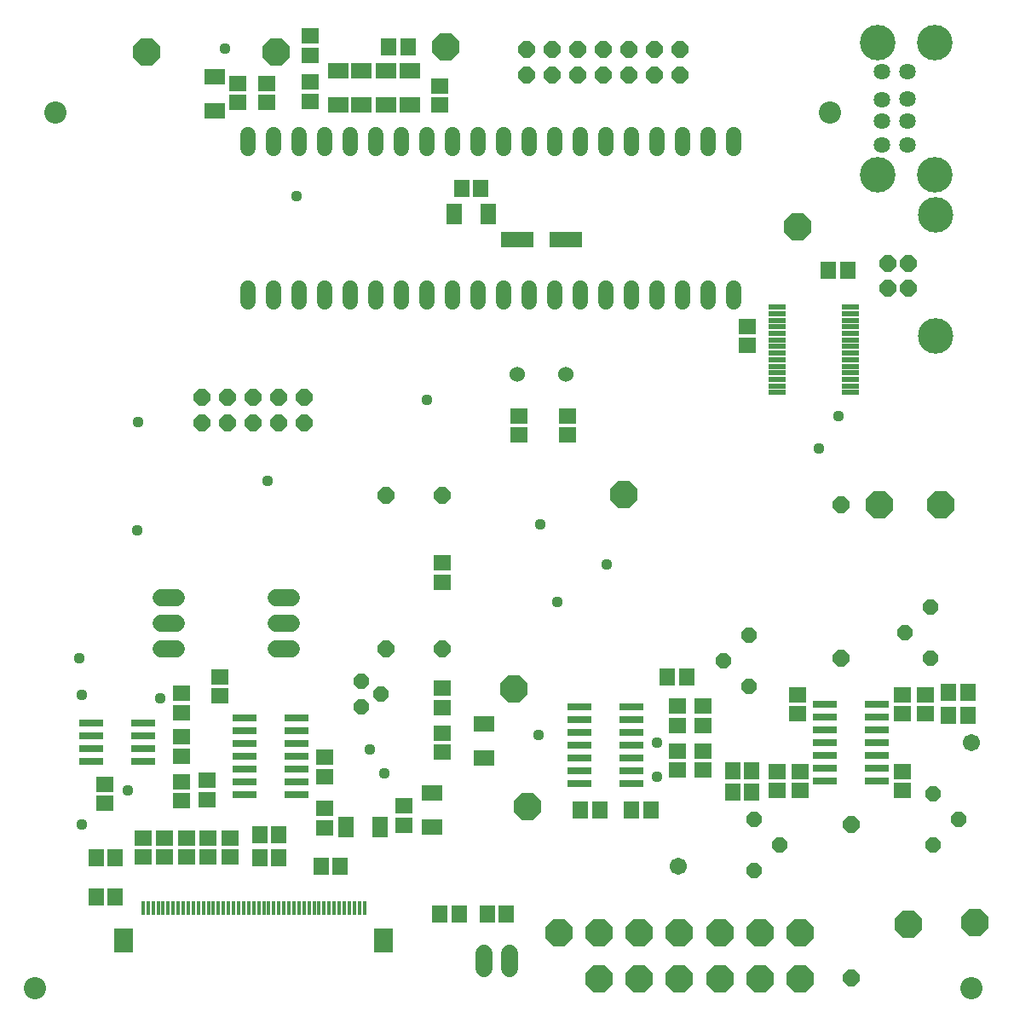
<source format=gbr>
G04 EAGLE Gerber RS-274X export*
G75*
%MOMM*%
%FSLAX34Y34*%
%LPD*%
%INSoldermask Bottom*%
%IPPOS*%
%AMOC8*
5,1,8,0,0,1.08239X$1,22.5*%
G01*
%ADD10C,2.203200*%
%ADD11C,1.524000*%
%ADD12R,2.403200X0.803200*%
%ADD13R,1.503200X1.703200*%
%ADD14R,1.703200X1.503200*%
%ADD15P,2.969212X8X22.500000*%
%ADD16P,1.649562X8X202.500000*%
%ADD17P,1.649562X8X22.500000*%
%ADD18C,1.727200*%
%ADD19P,1.759533X8X112.500000*%
%ADD20P,1.759533X8X292.500000*%
%ADD21P,1.649562X8X292.500000*%
%ADD22R,2.003200X1.603200*%
%ADD23R,1.603200X2.003200*%
%ADD24P,1.759533X8X22.500000*%
%ADD25C,1.524000*%
%ADD26R,3.203200X1.603200*%
%ADD27R,1.703200X0.603200*%
%ADD28C,3.530600*%
%ADD29C,1.631200*%
%ADD30P,1.759533X8X202.500000*%
%ADD31C,1.711200*%
%ADD32R,0.400000X1.400000*%
%ADD33R,1.900000X2.350000*%
%ADD34P,1.798066X8X112.500000*%
%ADD35C,3.519200*%
%ADD36C,1.703200*%
%ADD37C,1.109600*%


D10*
X1120000Y900000D03*
X350000Y900000D03*
X330000Y30000D03*
X1260000Y30000D03*
D11*
X541020Y712216D02*
X541020Y725424D01*
X566420Y725424D02*
X566420Y712216D01*
X591820Y712216D02*
X591820Y725424D01*
X617220Y725424D02*
X617220Y712216D01*
X642620Y712216D02*
X642620Y725424D01*
X668020Y725424D02*
X668020Y712216D01*
X693420Y712216D02*
X693420Y725424D01*
X718820Y725424D02*
X718820Y712216D01*
X744220Y712216D02*
X744220Y725424D01*
X769620Y725424D02*
X769620Y712216D01*
X795020Y712216D02*
X795020Y725424D01*
X820420Y725424D02*
X820420Y712216D01*
X845820Y712216D02*
X845820Y725424D01*
X871220Y725424D02*
X871220Y712216D01*
X896620Y712216D02*
X896620Y725424D01*
X922020Y725424D02*
X922020Y712216D01*
X947420Y712216D02*
X947420Y725424D01*
X972820Y725424D02*
X972820Y712216D01*
X998220Y712216D02*
X998220Y725424D01*
X1023620Y725424D02*
X1023620Y712216D01*
X1023620Y864616D02*
X1023620Y877824D01*
X998220Y877824D02*
X998220Y864616D01*
X972820Y864616D02*
X972820Y877824D01*
X947420Y877824D02*
X947420Y864616D01*
X922020Y864616D02*
X922020Y877824D01*
X896620Y877824D02*
X896620Y864616D01*
X871220Y864616D02*
X871220Y877824D01*
X845820Y877824D02*
X845820Y864616D01*
X820420Y864616D02*
X820420Y877824D01*
X795020Y877824D02*
X795020Y864616D01*
X769620Y864616D02*
X769620Y877824D01*
X744220Y877824D02*
X744220Y864616D01*
X718820Y864616D02*
X718820Y877824D01*
X693420Y877824D02*
X693420Y864616D01*
X668020Y864616D02*
X668020Y877824D01*
X642620Y877824D02*
X642620Y864616D01*
X617220Y864616D02*
X617220Y877824D01*
X591820Y877824D02*
X591820Y864616D01*
X566420Y864616D02*
X566420Y877824D01*
X541020Y877824D02*
X541020Y864616D01*
D12*
X870620Y246380D03*
X922620Y246380D03*
X870620Y233680D03*
X870620Y259080D03*
X870620Y271780D03*
X922620Y233680D03*
X922620Y259080D03*
X922620Y271780D03*
X870620Y297180D03*
X922620Y297180D03*
X870620Y284480D03*
X870620Y309880D03*
X922620Y284480D03*
X922620Y309880D03*
X385480Y267970D03*
X437480Y267970D03*
X385480Y255270D03*
X385480Y280670D03*
X385480Y293370D03*
X437480Y255270D03*
X437480Y280670D03*
X437480Y293370D03*
X1114460Y248920D03*
X1166460Y248920D03*
X1114460Y236220D03*
X1114460Y261620D03*
X1114460Y274320D03*
X1166460Y236220D03*
X1166460Y261620D03*
X1166460Y274320D03*
X1114460Y299720D03*
X1166460Y299720D03*
X1114460Y287020D03*
X1114460Y312420D03*
X1166460Y287020D03*
X1166460Y312420D03*
X537880Y234950D03*
X589880Y234950D03*
X537880Y222250D03*
X537880Y247650D03*
X537880Y260350D03*
X589880Y222250D03*
X589880Y247650D03*
X589880Y260350D03*
X537880Y285750D03*
X589880Y285750D03*
X537880Y273050D03*
X537880Y298450D03*
X589880Y273050D03*
X589880Y298450D03*
D13*
X922680Y207010D03*
X941680Y207010D03*
D14*
X967740Y266040D03*
X967740Y247040D03*
D13*
X1023010Y224790D03*
X1042010Y224790D03*
X1023010Y246380D03*
X1042010Y246380D03*
D14*
X1066800Y226720D03*
X1066800Y245720D03*
X1089660Y245720D03*
X1089660Y226720D03*
D15*
X1010000Y85000D03*
X1090000Y85000D03*
X1050000Y85000D03*
X930000Y85000D03*
D14*
X1087120Y321920D03*
X1087120Y302920D03*
D16*
X1219200Y408940D03*
X1193800Y383540D03*
X1219200Y358140D03*
X1038860Y381000D03*
X1013460Y355600D03*
X1038860Y330200D03*
D13*
X958240Y339090D03*
X977240Y339090D03*
D14*
X993140Y291490D03*
X993140Y310490D03*
D13*
X1256640Y323850D03*
X1237640Y323850D03*
X1256640Y300990D03*
X1237640Y300990D03*
D14*
X1214120Y321920D03*
X1214120Y302920D03*
X1191260Y302920D03*
X1191260Y321920D03*
X1191260Y226720D03*
X1191260Y245720D03*
D17*
X1043940Y147320D03*
X1069340Y172720D03*
X1043940Y198120D03*
X1221740Y172720D03*
X1247140Y198120D03*
X1221740Y223520D03*
D14*
X474980Y261010D03*
X474980Y280010D03*
X474980Y216560D03*
X474980Y235560D03*
X500380Y236830D03*
X500380Y217830D03*
X513080Y339700D03*
X513080Y320700D03*
D18*
X469900Y367030D02*
X454660Y367030D01*
X454660Y392430D02*
X469900Y392430D01*
X469900Y417830D02*
X454660Y417830D01*
X568960Y367030D02*
X584200Y367030D01*
X584200Y392430D02*
X568960Y392430D01*
X568960Y417830D02*
X584200Y417830D01*
D19*
X678180Y367030D03*
X678180Y519430D03*
D20*
X734060Y519430D03*
X734060Y367030D03*
D14*
X734060Y433730D03*
X734060Y452730D03*
X695960Y192430D03*
X695960Y211430D03*
D21*
X654050Y335280D03*
X673100Y322580D03*
X654050Y309880D03*
D14*
X734060Y309270D03*
X734060Y328270D03*
X734060Y264820D03*
X734060Y283820D03*
D22*
X723900Y224010D03*
X723900Y190010D03*
X775970Y292590D03*
X775970Y258590D03*
D13*
X890880Y207010D03*
X871880Y207010D03*
D14*
X993140Y266040D03*
X993140Y247040D03*
X967740Y291490D03*
X967740Y310490D03*
X398780Y214020D03*
X398780Y233020D03*
X474980Y323190D03*
X474980Y304190D03*
X617220Y240690D03*
X617220Y259690D03*
D23*
X638320Y190500D03*
X672320Y190500D03*
D14*
X617220Y189890D03*
X617220Y208890D03*
X560070Y909980D03*
X560070Y928980D03*
X530860Y928980D03*
X530860Y909980D03*
D22*
X508000Y901210D03*
X508000Y935210D03*
X631190Y907560D03*
X631190Y941560D03*
X654050Y907560D03*
X654050Y941560D03*
D15*
X970000Y85000D03*
D24*
X495300Y591820D03*
X495300Y617220D03*
X520700Y591820D03*
X520700Y617220D03*
X546100Y591820D03*
X546100Y617220D03*
X571500Y591820D03*
X571500Y617220D03*
X596900Y591820D03*
X596900Y617220D03*
D15*
X914400Y520700D03*
D23*
X780270Y798830D03*
X746270Y798830D03*
D14*
X810260Y598780D03*
X810260Y579780D03*
X858520Y598780D03*
X858520Y579780D03*
D13*
X753770Y824230D03*
X772770Y824230D03*
D25*
X857250Y640080D03*
X808990Y640080D03*
D26*
X809120Y773430D03*
X857120Y773430D03*
D19*
X1130300Y358140D03*
X1130300Y510540D03*
D20*
X1140460Y193040D03*
X1140460Y40640D03*
D27*
X1067380Y621960D03*
X1067380Y628460D03*
X1067380Y634960D03*
X1067380Y641460D03*
X1067380Y647960D03*
X1067380Y654460D03*
X1067380Y660960D03*
X1067380Y667460D03*
X1067380Y673960D03*
X1067380Y680460D03*
X1067380Y686960D03*
X1067380Y693460D03*
X1067380Y699960D03*
X1067380Y706460D03*
X1139880Y706460D03*
X1139880Y699960D03*
X1139880Y693460D03*
X1139880Y686960D03*
X1139880Y680460D03*
X1139880Y673960D03*
X1139880Y667460D03*
X1139880Y660960D03*
X1139880Y654460D03*
X1139880Y647960D03*
X1139880Y641460D03*
X1139880Y634960D03*
X1139880Y628460D03*
X1139880Y621960D03*
D14*
X1037590Y687680D03*
X1037590Y668680D03*
D13*
X1137260Y742950D03*
X1118260Y742950D03*
D28*
X1167130Y837946D03*
X1224026Y838200D03*
X1167130Y969518D03*
X1224026Y969264D03*
D29*
X1197102Y891794D03*
X1197102Y913130D03*
X1170940Y891794D03*
X1170940Y912876D03*
X1197102Y940308D03*
X1197102Y867410D03*
X1170940Y940308D03*
X1170940Y867410D03*
D15*
X1168400Y510540D03*
X1197610Y93980D03*
X1229360Y510540D03*
X1263650Y95250D03*
X805180Y327660D03*
X819150Y210820D03*
D30*
X970280Y962660D03*
X970280Y937260D03*
X944880Y962660D03*
X944880Y937260D03*
X919480Y962660D03*
X919480Y937260D03*
X894080Y962660D03*
X894080Y937260D03*
X868680Y962660D03*
X868680Y937260D03*
X843280Y962660D03*
X843280Y937260D03*
X817880Y962660D03*
X817880Y937260D03*
D15*
X1090000Y40000D03*
X1010000Y40000D03*
X970000Y40000D03*
X1050000Y40000D03*
X930000Y40000D03*
X890000Y85000D03*
X890000Y40000D03*
X850000Y85000D03*
X1087120Y786130D03*
D31*
X775970Y64690D02*
X775970Y49610D01*
X801370Y49610D02*
X801370Y64690D01*
D13*
X779170Y104140D03*
X798170Y104140D03*
D32*
X657050Y109970D03*
X652050Y109970D03*
X647050Y109970D03*
X642050Y109970D03*
X637050Y109970D03*
X632050Y109970D03*
X627050Y109970D03*
X622050Y109970D03*
X617050Y109970D03*
X612050Y109970D03*
X607050Y109970D03*
X602050Y109970D03*
X597050Y109970D03*
X592050Y109970D03*
X587050Y109970D03*
X582050Y109970D03*
X577050Y109970D03*
X572050Y109970D03*
X567050Y109970D03*
X562050Y109970D03*
X557050Y109970D03*
X552050Y109970D03*
X547050Y109970D03*
X542050Y109970D03*
X537050Y109970D03*
X532050Y109970D03*
X527050Y109970D03*
X522050Y109970D03*
X517050Y109970D03*
X512050Y109970D03*
X507050Y109970D03*
X502050Y109970D03*
X497050Y109970D03*
X492050Y109970D03*
X487050Y109970D03*
X482050Y109970D03*
X477050Y109970D03*
X472050Y109970D03*
X467050Y109970D03*
X462050Y109970D03*
X457050Y109970D03*
X452050Y109970D03*
X447050Y109970D03*
X442050Y109970D03*
X437050Y109970D03*
D33*
X418050Y77470D03*
X676050Y77470D03*
D13*
X732180Y104140D03*
X751180Y104140D03*
X614070Y151130D03*
X633070Y151130D03*
X572110Y182880D03*
X553110Y182880D03*
X572110Y160020D03*
X553110Y160020D03*
D14*
X523240Y160680D03*
X523240Y179680D03*
X501650Y160680D03*
X501650Y179680D03*
X480060Y160680D03*
X480060Y179680D03*
X458470Y160680D03*
X458470Y179680D03*
X436880Y160680D03*
X436880Y179680D03*
D13*
X409550Y160020D03*
X390550Y160020D03*
X409550Y120650D03*
X390550Y120650D03*
D14*
X603250Y930250D03*
X603250Y911250D03*
X603250Y975970D03*
X603250Y956970D03*
D22*
X678180Y907560D03*
X678180Y941560D03*
D14*
X731520Y926440D03*
X731520Y907440D03*
D13*
X681380Y965200D03*
X700380Y965200D03*
D22*
X702310Y907560D03*
X702310Y941560D03*
D15*
X568960Y960120D03*
X737870Y965200D03*
X440690Y960120D03*
D34*
X1177180Y750370D03*
X1177180Y725370D03*
X1197180Y725370D03*
X1197180Y750370D03*
D35*
X1224280Y677670D03*
X1224280Y798070D03*
D36*
X1260348Y274574D03*
D37*
X830326Y281432D03*
X947420Y240030D03*
X947420Y274574D03*
X454152Y318008D03*
X421640Y226568D03*
X518414Y963422D03*
X431038Y484632D03*
D36*
X969010Y151130D03*
D37*
X662686Y267208D03*
X849122Y414020D03*
X432054Y592582D03*
X832104Y490982D03*
X375920Y321310D03*
X375920Y193040D03*
X373380Y358394D03*
X560832Y533908D03*
X719074Y614172D03*
X898144Y450850D03*
X589788Y817118D03*
X676656Y243586D03*
X1127760Y598170D03*
X1108710Y566420D03*
M02*

</source>
